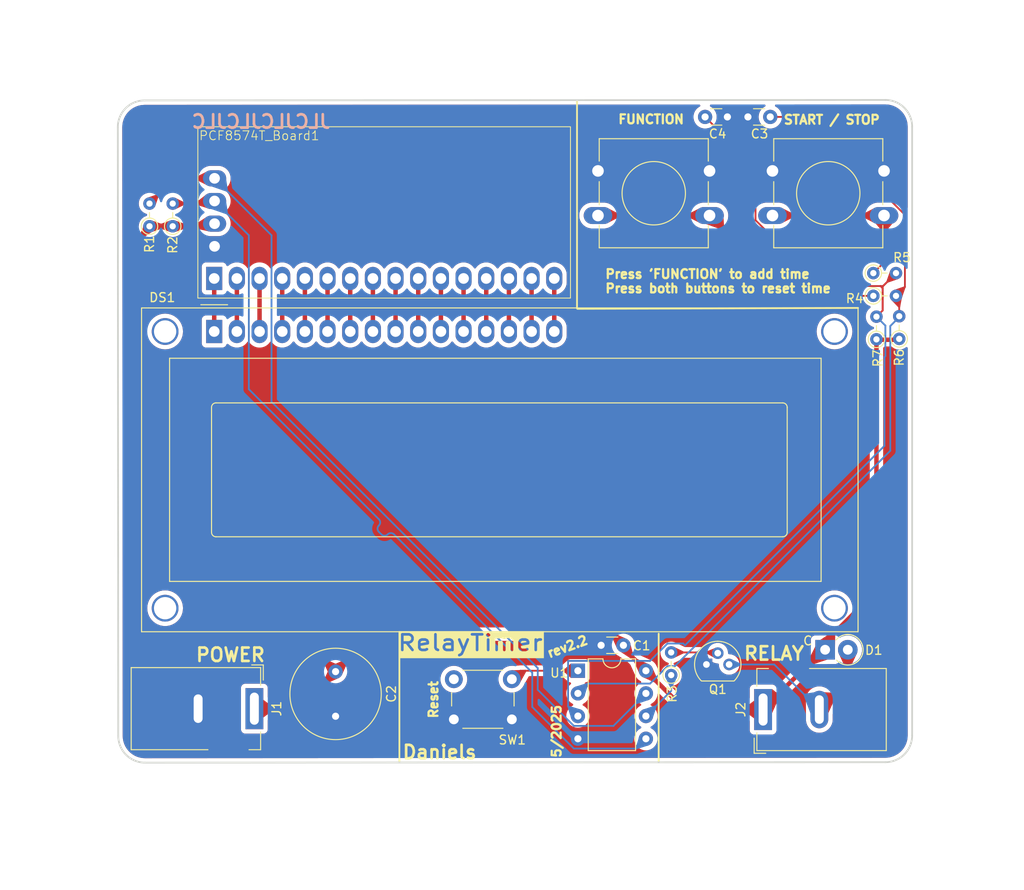
<source format=kicad_pcb>
(kicad_pcb (version 20240108) (generator "pcbnew") (generator_version "8.0")
  (layers (0 "F.Cu" signal) (31 "B.Cu" signal) (34 "B.Paste" user) (35 "F.Paste" user) (36 "B.SilkS" user "B.Silkscreen") (37 "F.SilkS" user "F.Silkscreen") (38 "B.Mask" user) (39 "F.Mask" user) (44 "Edge.Cuts" user))
  (net 0 "")
  (net 1 "Net-(DS1-VSS)")
  (net 2 "Net-(U1-~{RESET}{slash}PB5)")
  (net 3 "Net-(DS1-E)")
  (net 4 "Net-(DS1-VO)")
  (net 5 "SCL")
  (net 6 "+5V")
  (net 7 "SDA")
  (net 8 "GND")
  (net 9 "Net-(DS1-D4)")
  (net 10 "Net-(DS1-VDD)")
  (net 11 "Net-(DS1-D2)")
  (net 12 "Net-(DS1-RS)")
  (net 13 "Net-(DS1-D0)")
  (net 14 "Net-(DS1-R{slash}W)")
  (net 15 "Net-(DS1-D6)")
  (net 16 "Net-(DS1-D3)")
  (net 17 "Net-(DS1-LED(-))")
  (net 18 "Net-(DS1-D1)")
  (net 19 "Net-(DS1-LED(+))")
  (net 20 "Net-(DS1-D5)")
  (net 21 "Net-(DS1-D7)")
  (net 22 "Net-(D1-A)")
  (net 23 "Net-(Q1-B)")
  (net 24 "relay_signal")
  (net 25 "Net-(FUNCTION1-Pad2)")
  (net 26 "Net-(R5-Pad1)")
  (net 27 "PB3_PULLUP")
  (net 28 "PB4_PULLUP")
  (footprint "Button_Switch_THT:SW_PUSH-12mm" (layer "F.Cu") (at 161.55 82.25)
    (property "Reference" "FUNCTION1" (hide yes))
    (property "Value" "SW_Push")
    (fp_line (start 0.14 -3.61) (end 0.14 -1.1) (stroke (width 0.12)) (layer "F.SilkS"))
    (fp_line (start 0.14 -3.61) (end 12.36 -3.61) (stroke (width 0.12)) (layer "F.SilkS"))
    (fp_line (start 0.14 1.2) (end 0.14 3.8) (stroke (width 0.12)) (layer "F.SilkS"))
    (fp_line (start 0.14 6.1) (end 0.14 8.61) (stroke (width 0.12)) (layer "F.SilkS"))
    (fp_line (start 12.36 -3.61) (end 12.36 -1.1) (stroke (width 0.12)) (layer "F.SilkS"))
    (fp_line (start 12.36 1.2) (end 12.36 3.8) (stroke (width 0.12)) (layer "F.SilkS"))
    (fp_line (start 12.36 6.1) (end 12.36 8.61) (stroke (width 0.12)) (layer "F.SilkS"))
    (fp_line (start 12.36 8.61) (end 0.14 8.61) (stroke (width 0.12)) (layer "F.SilkS"))
    (fp_circle (center 6.25 2.5) (end 9.8 2.5) (stroke (width 0.12)) (fill none) (layer "F.SilkS"))
    (pad "1" thru_hole oval (at 0 0) (size 3.2 1.9) (drill 1.3) (layers "*.Cu" "*.Mask") (net 8 "GND"))
    (pad "1" thru_hole oval (at 12.5 0) (size 3.2 1.9) (drill 1.3) (layers "*.Cu" "*.Mask") (net 8 "GND"))
    (pad "2" thru_hole oval (at 0 5) (size 3.2 1.9) (drill 1.3) (layers "*.Cu" "*.Mask") (net 25 "Net-(FUNCTION1-Pad2)"))
    (pad "2" thru_hole oval (at 12.5 5) (size 3.2 1.9) (drill 1.3) (layers "*.Cu" "*.Mask") (net 25 "Net-(FUNCTION1-Pad2)"))
  )
  (footprint "Resistor_THT:R_Axial_DIN0204_L3.6mm_D1.6mm_P2.54mm_Vertical" (layer "F.Cu") (at 192.4 93.7)
    (property "Reference" "R5" (at 3.2 -1.75 0) (layer "F.SilkS"))
    (property "Value" "1k")
    (fp_line (start 0.92 0) (end 1.54 0) (stroke (width 0.12)) (layer "F.SilkS"))
    (fp_circle (center 0 0) (end 0.92 0) (stroke (width 0.12)) (fill none) (layer "F.SilkS"))
    (pad "1" thru_hole circle (at 0 0) (size 1.4 1.4) (drill 0.7) (layers "*.Cu" "*.Mask") (net 26 "Net-(R5-Pad1)"))
    (pad "2" thru_hole oval (at 2.54 0) (size 1.4 1.4) (drill 0.7) (layers "*.Cu" "*.Mask") (net 28 "PB4_PULLUP"))
  )
  (footprint "Connector_BarrelJack:BarrelJack_GCT_DCJ200-10-A_Horizontal" (layer "F.Cu") (at 180.05 142.6 90)
    (property "Reference" "J2" (at 0 -2.5 90) (layer "F.SilkS"))
    (property "Value" "Relay_Con")
    (fp_line (start -3.2 -1) (end -4.9 -1) (stroke (width 0.12)) (layer "F.SilkS"))
    (fp_line (start -4.9 -1) (end -4.9 0.3) (stroke (width 0.12)) (layer "F.SilkS"))
    (fp_line (start 4.6 -0.7) (end 4.6 0.6) (stroke (width 0.12)) (layer "F.SilkS"))
    (fp_line (start 2.6 -0.7) (end 4.6 -0.7) (stroke (width 0.12)) (layer "F.SilkS"))
    (fp_line (start -4.6 -0.7) (end -2.6 -0.7) (stroke (width 0.12)) (layer "F.SilkS"))
    (fp_line (start 4.6 5.2) (end 4.6 13.8) (stroke (width 0.12)) (layer "F.SilkS"))
    (fp_line (start 4.6 13.8) (end -4.6 13.8) (stroke (width 0.12)) (layer "F.SilkS"))
    (fp_line (start -4.6 13.8) (end -4.6 -0.7) (stroke (width 0.12)) (layer "F.SilkS"))
    (pad "1" thru_hole rect (at 0 0 90) (size 4.6 2) (drill oval 3.6 1) (layers "*.Cu" "*.Mask") (net 6 "+5V"))
    (pad "2" thru_hole oval (at 0 6.3 90) (size 4.2 2) (drill oval 3.2 1) (layers "*.Cu" "*.Mask") (net 22 "Net-(D1-A)"))
  )
  (footprint "custom_stuff:PCF8574T" (layer "F.Cu") (at 137.59 86.9)
    (property "Reference" "PCF8574T_Board1" (at -13.99 -8.6 0) (layer "F.SilkS") (effects (font (thickness 0.1))))
    (property "Value" "~")
    (fp_rect (start -20.875 -9.6) (end 20.875 9.6) (stroke (width 0.1)) (fill none) (layer "F.SilkS"))
    (pad "1" thru_hole rect (at -19.04 7.4) (size 1.8 2.6) (drill 1.2) (layers "*.Cu" "*.Mask") (net 1 "Net-(DS1-VSS)"))
    (pad "2" thru_hole oval (at -16.5 7.4) (size 1.8 2.6) (drill 1.2) (layers "*.Cu" "*.Mask") (net 10 "Net-(DS1-VDD)"))
    (pad "3" thru_hole oval (at -13.96 7.4) (size 1.8 2.6) (drill 1.2) (layers "*.Cu" "*.Mask") (net 4 "Net-(DS1-VO)"))
    (pad "4" thru_hole oval (at -11.42 7.4) (size 1.8 2.6) (drill 1.2) (layers "*.Cu" "*.Mask") (net 12 "Net-(DS1-RS)"))
    (pad "5" thru_hole oval (at -8.88 7.4) (size 1.8 2.6) (drill 1.2) (layers "*.Cu" "*.Mask") (net 14 "Net-(DS1-R{slash}W)"))
    (pad "6" thru_hole oval (at -6.34 7.4) (size 1.8 2.6) (drill 1.2) (layers "*.Cu" "*.Mask") (net 3 "Net-(DS1-E)"))
    (pad "7" thru_hole oval (at -3.8 7.4) (size 1.8 2.6) (drill 1.2) (layers "*.Cu" "*.Mask") (net 13 "Net-(DS1-D0)"))
    (pad "8" thru_hole oval (at -1.26 7.4) (size 1.8 2.6) (drill 1.2) (layers "*.Cu" "*.Mask") (net 18 "Net-(DS1-D1)"))
    (pad "9" thru_hole oval (at 1.28 7.4) (size 1.8 2.6) (drill 1.2) (layers "*.Cu" "*.Mask") (net 11 "Net-(DS1-D2)"))
    (pad "10" thru_hole oval (at 3.82 7.4) (size 1.8 2.6) (drill 1.2) (layers "*.Cu" "*.Mask") (net 16 "Net-(DS1-D3)"))
    (pad "11" thru_hole oval (at 6.36 7.4) (size 1.8 2.6) (drill 1.2) (layers "*.Cu" "*.Mask") (net 9 "Net-(DS1-D4)"))
    (pad "12" thru_hole oval (at 8.9 7.4) (size 1.8 2.6) (drill 1.2) (layers "*.Cu" "*.Mask") (net 20 "Net-(DS1-D5)"))
    (pad "13" thru_hole oval (at 11.44 7.4) (size 1.8 2.6) (drill 1.2) (layers "*.Cu" "*.Mask") (net 15 "Net-(DS1-D6)"))
    (pad "14" thru_hole oval (at 13.98 7.4) (size 1.8 2.6) (drill 1.2) (layers "*.Cu" "*.Mask") (net 21 "Net-(DS1-D7)"))
    (pad "15" thru_hole oval (at 16.52 7.4) (size 1.8 2.6) (drill 1.2) (layers "*.Cu" "*.Mask") (net 19 "Net-(DS1-LED(+))"))
    (pad "16" thru_hole oval (at 19.06 7.4) (size 1.8 2.6) (drill 1.2) (layers "*.Cu" "*.Mask") (net 17 "Net-(DS1-LED(-))"))
    (pad "17" thru_hole oval (at -19 3.800205 90) (size 1.8 2.6) (drill 1.2) (layers "*.Cu" "*.Mask") (net 8 "GND"))
    (pad "18" thru_hole oval (at -19 1.260205 90) (size 1.8 2.6) (drill 1.2) (layers "*.Cu" "*.Mask") (net 6 "+5V"))
    (pad "19" thru_hole oval (at -19 -1.279795 90) (size 1.8 2.6) (drill 1.2) (layers "*.Cu" "*.Mask") (net 7 "SDA"))
    (pad "20" thru_hole oval (at -19 -3.819795 90) (size 1.8 2.6) (drill 1.2) (layers "*.Cu" "*.Mask") (net 5 "SCL"))
  )
  (footprint "Display:WC1602A" (layer "F.Cu") (at 118.55 100.2425)
    (property "Reference" "DS1" (at -5.82 -3.81 0) (layer "F.SilkS"))
    (property "Value" "WC1602A")
    (fp_line (start -8.14 -2.64) (end -8.14 33.64) (stroke (width 0.12)) (layer "F.SilkS"))
    (fp_line (start -8.14 33.64) (end 72.14 33.64) (stroke (width 0.12)) (layer "F.SilkS"))
    (fp_line (start -8.13 -2.64) (end -7.34 -2.64) (stroke (width 0.12)) (layer "F.SilkS"))
    (fp_line (start -5 3) (end 68 3) (stroke (width 0.12)) (layer "F.SilkS"))
    (fp_line (start -5 28) (end -5 3) (stroke (width 0.12)) (layer "F.SilkS"))
    (fp_line (start -1.5 -3) (end 1.5 -3) (stroke (width 0.12)) (layer "F.SilkS"))
    (fp_line (start -0.29972 22.49932) (end -0.29972 8.5) (stroke (width 0.12)) (layer "F.SilkS"))
    (fp_line (start 0.2 8) (end 63.7 8) (stroke (width 0.12)) (layer "F.SilkS"))
    (fp_line (start 63.70066 23) (end 0.2 23) (stroke (width 0.12)) (layer "F.SilkS"))
    (fp_line (start 64.2 8.5) (end 64.2 22.5) (stroke (width 0.12)) (layer "F.SilkS"))
    (fp_line (start 68 3) (end 68 28) (stroke (width 0.12)) (layer "F.SilkS"))
    (fp_line (start 68 28) (end -5 28) (stroke (width 0.12)) (layer "F.SilkS"))
    (fp_line (start 72.14 -2.64) (end -7.34 -2.64) (stroke (width 0.12)) (layer "F.SilkS"))
    (fp_line (start 72.14 33.64) (end 72.14 -2.64) (stroke (width 0.12)) (layer "F.SilkS"))
    (fp_arc (start -0.29972 8.49884) (mid -0.153162 8.145018) (end 0.20066 7.99846) (stroke (width 0.12)) (layer "F.SilkS"))
    (fp_arc (start 0.20066 22.9997) (mid -0.153162 22.853142) (end -0.29972 22.49932) (stroke (width 0.12)) (layer "F.SilkS"))
    (fp_arc (start 63.7 8) (mid 64.053553 8.146447) (end 64.2 8.5) (stroke (width 0.12)) (layer "F.SilkS"))
    (fp_arc (start 64.20104 22.49932) (mid 64.054479 22.85315) (end 63.70066 22.9997) (stroke (width 0.12)) (layer "F.SilkS"))
    (pad "" thru_hole circle (at -5.4991 0) (size 3 3) (drill 2.5) (layers "*.Cu" "*.Mask"))
    (pad "" thru_hole circle (at -5.4991 31.0007) (size 3 3) (drill 2.5) (layers "*.Cu" "*.Mask"))
    (pad "" thru_hole circle (at 69.49948 31.0007) (size 3 3) (drill 2.5) (layers "*.Cu" "*.Mask"))
    (pad "" thru_hole circle (at 69.5 0) (size 3 3) (drill 2.5) (layers "*.Cu" "*.Mask"))
    (pad "1" thru_hole rect (at 0 0) (size 1.8 2.6) (drill 1.2) (layers "*.Cu" "*.Mask") (net 1 "Net-(DS1-VSS)"))
    (pad "2" thru_hole oval (at 2.54 0) (size 1.8 2.6) (drill 1.2) (layers "*.Cu" "*.Mask") (net 10 "Net-(DS1-VDD)"))
    (pad "3" thru_hole oval (at 5.08 0) (size 1.8 2.6) (drill 1.2) (layers "*.Cu" "*.Mask") (net 4 "Net-(DS1-VO)"))
    (pad "4" thru_hole oval (at 7.62 0) (size 1.8 2.6) (drill 1.2) (layers "*.Cu" "*.Mask") (net 12 "Net-(DS1-RS)"))
    (pad "5" thru_hole oval (at 10.16 0) (size 1.8 2.6) (drill 1.2) (layers "*.Cu" "*.Mask") (net 14 "Net-(DS1-R{slash}W)"))
    (pad "6" thru_hole oval (at 12.7 0) (size 1.8 2.6) (drill 1.2) (layers "*.Cu" "*.Mask") (net 3 "Net-(DS1-E)"))
    (pad "7" thru_hole oval (at 15.24 0) (size 1.8 2.6) (drill 1.2) (layers "*.Cu" "*.Mask") (net 13 "Net-(DS1-D0)"))
    (pad "8" thru_hole oval (at 17.78 0) (size 1.8 2.6) (drill 1.2) (layers "*.Cu" "*.Mask") (net 18 "Net-(DS1-D1)"))
    (pad "9" thru_hole oval (at 20.32 0) (size 1.8 2.6) (drill 1.2) (layers "*.Cu" "*.Mask") (net 11 "Net-(DS1-D2)"))
    (pad "10" thru_hole oval (at 22.86 0) (size 1.8 2.6) (drill 1.2) (layers "*.Cu" "*.Mask") (net 16 "Net-(DS1-D3)"))
    (pad "11" thru_hole oval (at 25.4 0) (size 1.8 2.6) (drill 1.2) (layers "*.Cu" "*.Mask") (net 9 "Net-(DS1-D4)"))
    (pad "12" thru_hole oval (at 27.94 0) (size 1.8 2.6) (drill 1.2) (layers "*.Cu" "*.Mask") (net 20 "Net-(DS1-D5)"))
    (pad "13" thru_hole oval (at 30.48 0) (size 1.8 2.6) (drill 1.2) (layers "*.Cu" "*.Mask") (net 15 "Net-(DS1-D6)"))
    (pad "14" thru_hole oval (at 33.02 0) (size 1.8 2.6) (drill 1.2) (layers "*.Cu" "*.Mask") (net 21 "Net-(DS1-D7)"))
    (pad "15" thru_hole oval (at 35.56 0) (size 1.8 2.6) (drill 1.2) (layers "*.Cu" "*.Mask") (net 19 "Net-(DS1-LED(+))"))
    (pad "16" thru_hole oval (at 38.1 0) (size 1.8 2.6) (drill 1.2) (layers "*.Cu" "*.Mask") (net 17 "Net-(DS1-LED(-))"))
  )
  (footprint "Connector_BarrelJack:BarrelJack_GCT_DCJ200-10-A_Horizontal" (layer "F.Cu") (at 123.05 142.5 -90)
    (property "Reference" "J1" (at 0 -2.5 90) (layer "F.SilkS"))
    (property "Value" "Jack-DC")
    (fp_line (start -4.6 13.8) (end -4.6 -0.7) (stroke (width 0.12)) (layer "F.SilkS"))
    (fp_line (start 4.6 13.8) (end -4.6 13.8) (stroke (width 0.12)) (layer "F.SilkS"))
    (fp_line (start 4.6 5.2) (end 4.6 13.8) (stroke (width 0.12)) (layer "F.SilkS"))
    (fp_line (start -4.6 -0.7) (end -2.6 -0.7) (stroke (width 0.12)) (layer "F.SilkS"))
    (fp_line (start 2.6 -0.7) (end 4.6 -0.7) (stroke (width 0.12)) (layer "F.SilkS"))
    (fp_line (start 4.6 -0.7) (end 4.6 0.6) (stroke (width 0.12)) (layer "F.SilkS"))
    (fp_line (start -4.9 -1) (end -4.9 0.3) (stroke (width 0.12)) (layer "F.SilkS"))
    (fp_line (start -3.2 -1) (end -4.9 -1) (stroke (width 0.12)) (layer "F.SilkS"))
    (pad "1" thru_hole rect (at 0 0 270) (size 4.6 2) (drill oval 3.6 1) (layers "*.Cu" "*.Mask") (net 6 "+5V"))
    (pad "2" thru_hole oval (at 0 6.3 270) (size 4.2 2) (drill oval 3.2 1) (layers "*.Cu" "*.Mask") (net 8 "GND"))
  )
  (footprint "Capacitor_THT:C_Disc_D3.0mm_W1.6mm_P2.50mm" (layer "F.Cu") (at 180.85 76.2 180)
    (property "Reference" "C3" (at 1.2 -1.9 0) (layer "F.SilkS"))
    (property "Value" "0.1uF")
    (fp_line (start 0.621 0.92) (end 1.879 0.92) (stroke (width 0.12)) (layer "F.SilkS"))
    (fp_line (start 0.621 -0.92) (end 1.879 -0.92) (stroke (width 0.12)) (layer "F.SilkS"))
    (pad "1" thru_hole circle (at 0 0 180) (size 1.6 1.6) (drill 0.8) (layers "*.Cu" "*.Mask") (net 27 "PB3_PULLUP"))
    (pad "2" thru_hole circle (at 2.5 0 180) (size 1.6 1.6) (drill 0.8) (layers "*.Cu" "*.Mask") (net 8 "GND"))
  )
  (footprint "Capacitor_THT:C_Disc_D3.0mm_W1.6mm_P2.50mm" (layer "F.Cu") (at 161.9 135.4)
    (property "Reference" "C1" (at 4.55 0.05 0) (layer "F.SilkS"))
    (property "Value" "0.1uF")
    (fp_line (start 0.621 -0.92) (end 1.879 -0.92) (stroke (width 0.12)) (layer "F.SilkS"))
    (fp_line (start 0.621 0.92) (end 1.879 0.92) (stroke (width 0.12)) (layer "F.SilkS"))
    (pad "1" thru_hole circle (at 0 0) (size 1.6 1.6) (drill 0.8) (layers "*.Cu" "*.Mask") (net 8 "GND"))
    (pad "2" thru_hole circle (at 2.5 0) (size 1.6 1.6) (drill 0.8) (layers "*.Cu" "*.Mask") (net 6 "+5V"))
  )
  (footprint "Package_TO_SOT_THT:TO-92" (layer "F.Cu") (at 173.7 137.55)
    (property "Reference" "Q1" (at 1.27 2.79 0) (layer "F.SilkS"))
    (property "Value" "2N3904")
    (fp_line (start -0.53 1.85) (end 3.07 1.85) (stroke (width 0.12)) (layer "F.SilkS"))
    (fp_arc (start -0.568478 1.838478) (mid -1.132087 -0.994977) (end 1.27 -2.6) (stroke (width 0.12)) (layer "F.SilkS"))
    (fp_arc (start 1.27 -2.6) (mid 3.672087 -0.994977) (end 3.108478 1.838478) (stroke (width 0.12)) (layer "F.SilkS"))
    (pad "1" thru_hole rect (at 0 0) (size 1.3 1.3) (drill 0.75) (layers "*.Cu" "*.Mask") (net 8 "GND"))
    (pad "2" thru_hole circle (at 1.27 -1.27) (size 1.3 1.3) (drill 0.75) (layers "*.Cu" "*.Mask") (net 23 "Net-(Q1-B)"))
    (pad "3" thru_hole circle (at 2.54 0) (size 1.3 1.3) (drill 0.75) (layers "*.Cu" "*.Mask") (net 22 "Net-(D1-A)"))
  )
  (footprint "Resistor_THT:R_Axial_DIN0204_L3.6mm_D1.6mm_P2.54mm_Vertical" (layer "F.Cu") (at 113.9 88.45 90)
    (property "Reference" "R2" (at -2.1 0 90) (layer "F.SilkS"))
    (property "Value" "4k7")
    (fp_line (start 0.92 0) (end 1.54 0) (stroke (width 0.12)) (layer "F.SilkS"))
    (fp_circle (center 0 0) (end 0.92 0) (stroke (width 0.12)) (fill none) (layer "F.SilkS"))
    (pad "1" thru_hole circle (at 0 0 90) (size 1.4 1.4) (drill 0.7) (layers "*.Cu" "*.Mask") (net 6 "+5V"))
    (pad "2" thru_hole oval (at 2.54 0 90) (size 1.4 1.4) (drill 0.7) (layers "*.Cu" "*.Mask") (net 7 "SDA"))
  )
  (footprint "Package_DIP:DIP-8_W7.62mm" (layer "F.Cu") (at 159.3 138.25)
    (property "Reference" "U1" (at -2.1 0.25 0) (layer "F.SilkS"))
    (property "Value" "ATtiny85-20P")
    (fp_line (start 1.16 -1.33) (end 1.16 8.95) (stroke (width 0.12)) (layer "F.SilkS"))
    (fp_line (start 1.16 8.95) (end 6.46 8.95) (stroke (width 0.12)) (layer "F.SilkS"))
    (fp_line (start 2.81 -1.33) (end 1.16 -1.33) (stroke (width 0.12)) (layer "F.SilkS"))
    (fp_line (start 6.46 -1.33) (end 4.81 -1.33) (stroke (width 0.12)) (layer "F.SilkS"))
    (fp_line (start 6.46 8.95) (end 6.46 -1.33) (stroke (width 0.12)) (layer "F.SilkS"))
    (fp_arc (start 4.81 -1.33) (mid 3.81 -0.33) (end 2.81 -1.33) (stroke (width 0.12)) (layer "F.SilkS"))
    (pad "1" thru_hole rect (at 0 0) (size 1.6 1.6) (drill 0.8) (layers "*.Cu" "*.Mask") (net 2 "Net-(U1-~{RESET}{slash}PB5)"))
    (pad "2" thru_hole oval (at 0 2.54) (size 1.6 1.6) (drill 0.8) (layers "*.Cu" "*.Mask") (net 27 "PB3_PULLUP"))
    (pad "3" thru_hole oval (at 0 5.08) (size 1.6 1.6) (drill 0.8) (layers "*.Cu" "*.Mask") (net 28 "PB4_PULLUP"))
    (pad "4" thru_hole oval (at 0 7.62) (size 1.6 1.6) (drill 0.8) (layers "*.Cu" "*.Mask") (net 8 "GND"))
    (pad "5" thru_hole oval (at 7.62 7.62) (size 1.6 1.6) (drill 0.8) (layers "*.Cu" "*.Mask") (net 7 "SDA"))
    (pad "6" thru_hole oval (at 7.62 5.08) (size 1.6 1.6) (drill 0.8) (layers "*.Cu" "*.Mask") (net 24 "relay_signal"))
    (pad "7" thru_hole oval (at 7.62 2.54) (size 1.6 1.6) (drill 0.8) (layers "*.Cu" "*.Mask") (net 5 "SCL"))
    (pad "8" thru_hole oval (at 7.62 0) (size 1.6 1.6) (drill 0.8) (layers "*.Cu" "*.Mask") (net 6 "+5V"))
  )
  (footprint "Resistor_THT:R_Axial_DIN0204_L3.6mm_D1.6mm_P2.54mm_Vertical" (layer "F.Cu") (at 192.75 101.12 90)
    (property "Reference" "R7" (at -2.13 0.15 90) (layer "F.SilkS"))
    (property "Value" "1k")
    (fp_line (start 0.92 0) (end 1.54 0) (stroke (width 0.12)) (layer "F.SilkS"))
    (fp_circle (center 0 0) (end 0.92 0) (stroke (width 0.12)) (fill none) (layer "F.SilkS"))
    (pad "1" thru_hole circle (at 0 0 90) (size 1.4 1.4) (drill 0.7) (layers "*.Cu" "*.Mask") (net 6 "+5V"))
    (pad "2" thru_hole oval (at 2.54 0 90) (size 1.4 1.4) (drill 0.7) (layers "*.Cu" "*.Mask") (net 28 "PB4_PULLUP"))
  )
  (footprint "Resistor_THT:R_Axial_DIN0204_L3.6mm_D1.6mm_P2.54mm_Vertical" (layer "F.Cu") (at 169.75 138.74 90)
    (property "Reference" "R3" (at -2.11 0.1 90) (layer "F.SilkS"))
    (property "Value" "1k")
    (fp_line (start 0.92 0) (end 1.54 0) (stroke (width 0.12)) (layer "F.SilkS"))
    (fp_circle (center 0 0) (end 0.92 0) (stroke (width 0.12)) (fill none) (layer "F.SilkS"))
    (pad "1" thru_hole circle (at 0 0 90) (size 1.4 1.4) (drill 0.7) (layers "*.Cu" "*.Mask") (net 24 "relay_signal"))
    (pad "2" thru_hole oval (at 2.54 0 90) (size 1.4 1.4) (drill 0.7) (layers "*.Cu" "*.Mask") (net 23 "Net-(Q1-B)"))
  )
  (footprint "Button_Switch_THT:SW_PUSH-12mm" (layer "F.Cu") (at 181.1 82.25)
    (property "Reference" "START/STOP1" (hide yes))
    (property "Value" "SW_Push")
    (fp_line (start 0.14 -3.61) (end 0.14 -1.1) (stroke (width 0.12)) (layer "F.SilkS"))
    (fp_line (start 0.14 -3.61) (end 12.36 -3.61) (stroke (width 0.12)) (layer "F.SilkS"))
    (fp_line (start 0.14 1.2) (end 0.14 3.8) (stroke (width 0.12)) (layer "F.SilkS"))
    (fp_line (start 0.14 6.1) (end 0.14 8.61) (stroke (width 0.12)) (layer "F.SilkS"))
    (fp_line (start 12.36 -3.61) (end 12.36 -1.1) (stroke (width 0.12)) (layer "F.SilkS"))
    (fp_line (start 12.36 1.2) (end 12.36 3.8) (stroke (width 0.12)) (layer "F.SilkS"))
    (fp_line (start 12.36 6.1) (end 12.36 8.61) (stroke (width 0.12)) (layer "F.SilkS"))
    (fp_line (start 12.36 8.61) (end 0.14 8.61) (stroke (width 0.12)) (layer "F.SilkS"))
    (fp_circle (center 6.25 2.5) (end 9.8 2.5) (stroke (width 0.12)) (fill none) (layer "F.SilkS"))
    (pad "1" thru_hole oval (at 0 0) (size 3.2 1.9) (drill 1.3) (layers "*.Cu" "*.Mask") (net 8 "GND"))
    (pad "1" thru_hole oval (at 12.5 0) (size 3.2 1.9) (drill 1.3) (layers "*.Cu" "*.Mask") (net 8 "GND"))
    (pad "2" thru_hole oval (at 0 5) (size 3.2 1.9) (drill 1.3) (layers "*.Cu" "*.Mask") (net 26 "Net-(R5-Pad1)"))
    (pad "2" thru_hole oval (at 12.5 5) (size 3.2 1.9) (drill 1.3) (layers "*.Cu" "*.Mask") (net 26 "Net-(R5-Pad1)"))
  )
  (footprint "Button_Switch_THT:SW_PUSH_6mm" (layer "F.Cu") (at 145.4 139.2)
    (property "Reference" "SW1" (at 6.55 6.8 0) (layer "F.SilkS"))
    (property "Value" "SW_Push")
    (fp_line (start -0.25 1.5) (end -0.25 3) (stroke (width 0.12)) (layer "F.SilkS"))
    (fp_line (start 1 5.5) (end 5.5 5.5) (stroke (width 0.12)) (layer "F.SilkS"))
    (fp_line (start 5.5 -1) (end 1 -1) (stroke (width 0.12)) (layer "F.SilkS"))
    (fp_line (start 6.75 3) (end 6.75 1.5) (stroke (width 0.12)) (layer "F.SilkS"))
    (pad "1" thru_hole circle (at 0 0 90) (size 2 2) (drill 1.1) (layers "*.Cu" "*.Mask") (net 2 "Net-(U1-~{RESET}{slash}PB5)"))
    (pad "1" thru_hole circle (at 6.5 0 90) (size 2 2) (drill 1.1) (layers "*.Cu" "*.Mask") (net 2 "Net-(U1-~{RESET}{slash}PB5)"))
    (pad "2" thru_hole circle (at 0 4.5 90) (size 2 2) (drill 1.1) (layers "*.Cu" "*.Mask") (net 8 "GND"))
    (pad "2" thru_hole circle (at 6.5 4.5 90) (size 2 2) (drill 1.1) (layers "*.Cu" "*.Mask") (net 8 "GND"))
  )
  (footprint "Resistor_THT:R_Axial_DIN0204_L3.6mm_D1.6mm_P2.54mm_Vertical" (layer "F.Cu") (at 111.3 88.45 90)
    (property "Reference" "R1" (at -2 0 90) (layer "F.SilkS"))
    (property "Value" "4k7")
    (fp_line (start 0.92 0) (end 1.54 0) (stroke (width 0.12)) (layer "F.SilkS"))
    (fp_circle (center 0 0) (end 0.92 0) (stroke (width 0.12)) (fill none) (layer "F.SilkS"))
    (pad "1" thru_hole circle (at 0 0 90) (size 1.4 1.4) (drill 0.7) (layers "*.Cu" "*.Mask") (net 6 "+5V"))
    (pad "2" thru_hole oval (at 2.54 0 90) (size 1.4 1.4) (drill 0.7) (layers "*.Cu" "*.Mask") (net 5 "SCL"))
  )
  (footprint "Diode_THT:D_DO-41_SOD81_P2.54mm_Vertical_KathodeUp" (layer "F.Cu") (at 187 135.9)
    (property "Reference" "D1" (at 5.45 0.05 0) (layer "F.SilkS"))
    (property "Value" "D")
    (fp_arc (start 1.228847 -1.1) (mid 4.250877 -0.044974) (end 1.288449 1.167366) (stroke (width 0.12)) (layer "F.SilkS"))
    (fp_text user "C" (at -1.95 -1 0) (layer "F.SilkS"))
    (pad "1" thru_hole rect (at 0 0) (size 2.2 2.2) (drill 1.1) (layers "*.Cu" "*.Mask") (net 6 "+5V"))
    (pad "2" thru_hole oval (at 2.54 0) (size 2.2 2.2) (drill 1.1) (layers "*.Cu" "*.Mask") (net 22 "Net-(D1-A)"))
  )
  (footprint "Capacitor_THT:C_Radial_D10.0mm_H12.5mm_P5.00mm" (layer "F.Cu") (at 132.15 138.35 -90)
    (property "Reference" "C2" (at 2.5 -6.25 90) (layer "F.SilkS"))
    (property "Value" "300uF")
    (fp_circle (center 2.5 0) (end 7.62 0) (stroke (width 0.12)) (fill none) (layer "F.SilkS"))
    (pad "1" thru_hole circle (at 0 0 270) (size 1.6 1.6) (drill 0.8) (layers "*.Cu" "*.Mask") (net 6 "+5V"))
    (pad "2" thru_hole circle (at 5 0 270) (size 1.6 1.6) (drill 0.8) (layers "*.Cu" "*.Mask") (net 8 "GND"))
  )
  (footprint "Capacitor_THT:C_Disc_D3.0mm_W1.6mm_P2.50mm" (layer "F.Cu") (at 176.05 76.2 180)
    (property "Reference" "C4" (at 1.1 -1.9 0) (layer "F.SilkS"))
    (property "Value" "0.1uF")
    (fp_line (start 0.621 0.92) (end 1.879 0.92) (stroke (width 0.12)) (layer "F.SilkS"))
    (fp_line (start 0.621 -0.92) (end 1.879 -0.92) (stroke (width 0.12)) (layer "F.SilkS"))
    (pad "1" thru_hole circle (at 0 0 180) (size 1.6 1.6) (drill 0.8) (layers "*.Cu" "*.Mask") (net 8 "GND"))
    (pad "2" thru_hole circle (at 2.5 0 180) (size 1.6 1.6) (drill 0.8) (layers "*.Cu" "*.Mask") (net 28 "PB4_PULLUP"))
  )
  (footprint "Resistor_THT:R_Axial_DIN0204_L3.6mm_D1.6mm_P2.54mm_Vertical" (layer "F.Cu") (at 192.4 96.25)
    (property "Reference" "R4" (at -2.1 0.3 0) (layer "F.SilkS"))
    (property "Value" "1k")
    (fp_line (start 0.92 0) (end 1.54 0) (stroke (width 0.12)) (layer "F.SilkS"))
    (fp_circle (center 0 0) (end 0.92 0) (stroke (width 0.12)) (fill none) (layer "F.SilkS"))
    (pad "1" thru_hole circle (at 0 0) (size 1.4 1.4) (drill 0.7) (layers "*.Cu" "*.Mask") (net 25 "Net-(FUNCTION1-Pad2)"))
    (pad "2" thru_hole oval (at 2.54 0) (size 1.4 1.4) (drill 0.7) (layers "*.Cu" "*.Mask") (net 27 "PB3_PULLUP"))
  )
  (footprint "Resistor_THT:R_Axial_DIN0204_L3.6mm_D1.6mm_P2.54mm_Vertical" (layer "F.Cu") (at 195.3 101.07 90)
    (property "Reference" "R6" (at -2.08 0 90) (layer "F.SilkS"))
    (property "Value" "1k")
    (fp_line (start 0.92 0) (end 1.54 0) (stroke (width 0.12)) (layer "F.SilkS"))
    (fp_circle (center 0 0) (end 0.92 0) (stroke (width 0.12)) (fill none) (layer "F.SilkS"))
    (pad "1" thru_hole circle (at 0 0 90) (size 1.4 1.4) (drill 0.7) (layers "*.Cu" "*.Mask") (net 6 "+5V"))
    (pad "2" thru_hole oval (at 2.54 0 90) (size 1.4 1.4) (drill 0.7) (layers "*.Cu" "*.Mask") (net 27 "PB3_PULLUP"))
  )
  (gr_line (start 159.25 97.7) (end 190.69 97.6025) (stroke (width 0.2)) (layer "F.SilkS"))
  (gr_line (start 139.3 148.5) (end 139.3 133.9) (stroke (width 0.2)) (layer "F.SilkS"))
  (gr_line (start 168.35 148.45) (end 168.35 134.1) (stroke (width 0.2)) (layer "F.SilkS"))
  (gr_line (start 159.2 97.65) (end 159.2 74.35) (stroke (width 0.2)) (layer "F.SilkS"))
  (gr_line (start 193.750001 74.299999) (end 110.749999 74.349999) (stroke (width 0.2)) (layer "Edge.Cuts"))
  (gr_line (start 110.799999 148.550001) (end 193.75 148.5) (stroke (width 0.2)) (layer "Edge.Cuts"))
  (gr_arc (start 193.750001 74.299999) (mid 195.871321 75.178679) (end 196.750001 77.299999) (stroke (width 0.2)) (layer "Edge.Cuts"))
  (gr_arc (start 107.749999 77.349999) (mid 108.628679 75.228679) (end 110.749999 74.349999) (stroke (width 0.2)) (layer "Edge.Cuts"))
  (gr_arc (start 196.75 145.5) (mid 195.87132 147.62132) (end 193.75 148.5) (stroke (width 0.2)) (layer "Edge.Cuts"))
  (gr_line (start 107.749999 77.349999) (end 107.799999 145.550001) (stroke (width 0.2)) (layer "Edge.Cuts"))
  (gr_arc (start 110.799999 148.550001) (mid 108.678679 147.671321) (end 107.799999 145.550001) (stroke (width 0.2)) (layer "Edge.Cuts"))
  (gr_line (start 196.75 145.5) (end 196.75 77.3) (stroke (width 0.2)) (layer "Edge.Cuts"))
  (gr_text "JLCJLCJLCJLC" (at 131.7 77.6 -0) (layer "B.SilkS") (effects (font (size 1.5 1.5) (thickness 0.3) (bold yes)) (justify left bottom mirror)))
  (gr_text "rev2.2" (at 156 136.95 20) (layer "F.SilkS") (effects (font (size 1 1) (thickness 0.25) (bold yes)) (justify left bottom)))
  (gr_text "Reset" (at 143.7 143.7 90) (layer "F.SilkS") (effects (font (size 1 1) (thickness 0.25) (bold yes)) (justify left bottom)))
  (gr_text "RelayTimer" (at 138.95 136.15 0) (layer "F.SilkS" knockout) (effects (font (size 1.75 2) (thickness 0.3) (bold yes)) (justify left bottom)))
  (gr_text "FUNCTION" (at 163.7 77.05 0) (layer "F.SilkS") (effects (font (size 1 1) (thickness 0.3) (bold yes)) (justify left bottom)))
  (gr_text "5/2025" (at 157.5 148.1 90) (layer "F.SilkS") (effects (font (size 1 1) (thickness 0.3) (bold yes)) (justify left bottom)))
  (gr_text "Daniels" (at 139.5 148.25 0) (layer "F.SilkS") (effects (font (size 1.5 1.5) (thickness 0.3) (bold yes)) (justify left bottom)))
  (gr_text "Press 'FUNCTION' to add time\nPress both buttons to reset time" (at 162.25 96 0) (layer "F.SilkS") (effects (font (size 1 1) (thickness 0.25) (bold yes)) (justify left bottom)))
  (gr_text "POWER" (at 116.35 137.35 0) (layer "F.SilkS") (effects (font (size 1.5 1.5) (thickness 0.3) (bold yes)) (justify left bottom)))
  (gr_text "RELAY" (at 177.75 137.2 0) (layer "F.SilkS") (effects (font (size 1.5 1.5) (thickness 0.3) (bold yes)) (justify left bottom)))
  (gr_text "START / STOP" (at 182.25 77.1 0) (layer "F.SilkS") (effects (font (size 1 1) (thickness 0.3) (bold yes)) (justify left bottom)))
  (segment (start 118.55 100.2425) (end 118.55 94.3) (width 0.5) (layer "F.Cu") (net 1))
  (segment (start 159.3 138.25) (end 152.85 138.25) (width 0.2) (layer "F.Cu") (net 2))
  (segment (start 152.85 138.25) (end 151.9 139.2) (width 0.2) (layer "F.Cu") (net 2))
  (segment (start 131.25 94.3) (end 131.25 100.2425) (width 0.5) (layer "F.Cu") (net 3))
  (segment (start 123.63 100.2425) (end 123.63 94.3) (width 0.5) (layer "F.Cu") (net 4))
  (segment (start 111.3 85.91) (end 114.129795 83.080205) (width 0.2) (layer "F.Cu") (net 5))
  (segment (start 114.129795 83.080205) (end 118.59 83.080205) (width 0.2) (layer "F.Cu") (net 5))
  (segment (start 166.92 140.79) (end 163.28 144.43) (width 0.2) (layer "B.Cu") (net 5))
  (segment (start 124.97 89.460205) (end 118.59 83.080205) (width 0.2) (layer "B.Cu") (net 5))
  (segment (start 124.97 108.12) (end 124.97 89.460205) (width 0.2) (layer "B.Cu") (net 5))
  (segment (start 154.8 140.385635) (end 154.8 137.95) (width 0.2) (layer "B.Cu") (net 5))
  (segment (start 158.844365 144.43) (end 154.8 140.385635) (width 0.2) (layer "B.Cu") (net 5))
  (segment (start 163.28 144.43) (end 158.844365 144.43) (width 0.2) (layer "B.Cu") (net 5))
  (segment (start 154.8 137.95) (end 124.97 108.12) (width 0.2) (layer "B.Cu") (net 5))
  (segment (start 192.75 129.300397) (end 187 135.050397) (width 0.5) (layer "F.Cu") (net 6))
  (segment (start 132.15 138.35) (end 110.6 116.8) (width 0.5) (layer "F.Cu") (net 6))
  (segment (start 166.92 138.25) (end 171.27 142.6) (width 0.5) (layer "F.Cu") (net 6))
  (segment (start 180.05 142.6) (end 186.75 135.9) (width 0.5) (layer "F.Cu") (net 6))
  (segment (start 128 142.5) (end 132.15 138.35) (width 0.5) (layer "F.Cu") (net 6))
  (segment (start 110.6 116.8) (end 110.6 89.15) (width 0.5) (layer "F.Cu") (net 6))
  (segment (start 192.8 101.17) (end 192.75 101.12) (width 0.5) (layer "F.Cu") (net 6))
  (segment (start 164.4 135.4) (end 164.4 135.73) (width 0.5) (layer "F.Cu") (net 6))
  (segment (start 113.9 88.45) (end 118.300205 88.45) (width 0.5) (layer "F.Cu") (net 6))
  (segment (start 195.3 101.17) (end 192.8 101.17) (width 0.5) (layer "F.Cu") (net 6))
  (segment (start 171.27 142.6) (end 180.05 142.6) (width 0.5) (layer "F.Cu") (net 6))
  (segment (start 136.35 134.15) (end 163.15 134.15) (width 0.5) (layer "F.Cu") (net 6))
  (segment (start 163.15 134.15) (end 164.4 135.4) (width 0.5) (layer "F.Cu") (net 6))
  (segment (start 164.4 135.73) (end 166.92 138.25) (width 0.5) (layer "F.Cu") (net 6))
  (segment (start 186.75 135.9) (end 187 135.9) (width 0.5) (layer "F.Cu") (net 6))
  (segment (start 123.05 142.5) (end 128 142.5) (width 0.5) (layer "F.Cu") (net 6))
  (segment (start 118.300205 88.45) (end 118.59 88.160205) (width 0.5) (layer "F.Cu") (net 6))
  (segment (start 110.6 89.15) (end 111.3 88.45) (width 0.5) (layer "F.Cu") (net 6))
  (segment (start 187 135.050397) (end 187 135.9) (width 0.5) (layer "F.Cu") (net 6))
  (segment (start 192.75 101.12) (end 192.75 129.300397) (width 0.5) (layer "F.Cu") (net 6))
  (segment (start 132.15 138.35) (end 136.35 134.15) (width 0.5) (layer "F.Cu") (net 6))
  (segment (start 111.3 88.45) (end 113.9 88.45) (width 0.5) (layer "F.Cu") (net 6))
  (segment (start 118.300205 85.91) (end 118.59 85.620205) (width 0.2) (layer "F.Cu") (net 7))
  (segment (start 113.9 85.91) (end 118.300205 85.91) (width 0.2) (layer "F.Cu") (net 7))
  (segment (start 136.999555 121.276283) (end 136.716713 120.993441) (width 0.2) (layer "B.Cu") (net 7))
  (segment (start 158.844365 146.97) (end 154.185421 142.311056) (width 0.2) (layer "B.Cu") (net 7))
  (segment (start 154.185421 138.462149) (end 138.696612 122.97334) (width 0.2) (layer "B.Cu") (net 7))
  (segment (start 122.43 89.460205) (end 118.59 85.620205) (width 0.2) (layer "B.Cu") (net 7))
  (segment (start 154.185421 142.311056) (end 154.185421 138.462149) (width 0.2) (layer "B.Cu") (net 7))
  (segment (start 122.43 106.706728) (end 122.43 89.460205) (width 0.2) (layer "B.Cu") (net 7))
  (segment (start 136.304672 120.5814) (end 122.43 106.706728) (width 0.2) (layer "B.Cu") (net 7))
  (segment (start 165.82 146.97) (end 158.844365 146.97) (width 0.2) (layer "B.Cu") (net 7))
  (segment (start 136.716713 120.993441) (end 136.304672 120.5814) (width 0.2) (layer "B.Cu") (net 7))
  (segment (start 137.282398 122.97334) (end 136.999555 122.690497) (width 0.2) (layer "B.Cu") (net 7))
  (segment (start 166.92 145.87) (end 165.82 146.97) (width 0.2) (layer "B.Cu") (net 7))
  (arc (start 136.999554 121.983389) (mid 137.146002 121.629836) (end 136.999555 121.276283) (width 0.2) (layer "B.Cu") (net 7))
  (arc (start 138.696612 122.97334) (mid 138.343059 122.826893) (end 137.989504 122.973339) (width 0.2) (layer "B.Cu") (net 7))
  (arc (start 136.999555 122.690497) (mid 136.853108 122.336944) (end 136.999554 121.983389) (width 0.2) (layer "B.Cu") (net 7))
  (arc (start 137.989504 122.973339) (mid 137.635951 123.119787) (end 137.282398 122.97334) (width 0.2) (layer "B.Cu") (net 7))
  (segment (start 143.95 100.2425) (end 143.95 94.3) (width 0.5) (layer "F.Cu") (net 9))
  (segment (start 121.09 100.2425) (end 121.09 94.3) (width 0.5) (layer "F.Cu") (net 10))
  (segment (start 138.87 100.2425) (end 138.87 94.3) (width 0.5) (layer "F.Cu") (net 11))
  (segment (start 126.17 100.2425) (end 126.17 94.3) (width 0.5) (layer "F.Cu") (net 12))
  (segment (start 133.79 100.2425) (end 133.79 94.3) (width 0.5) (layer "F.Cu") (net 13))
  (segment (start 128.71 100.2425) (end 128.71 94.3) (width 0.5) (layer "F.Cu") (net 14))
  (segment (start 149.03 100.2425) (end 149.03 94.3) (width 0.5) (layer "F.Cu") (net 15))
  (segment (start 141.41 94.3) (end 141.41 100.2425) (width 0.5) (layer "F.Cu") (net 16))
  (segment (start 156.65 94.3) (end 156.65 100.2425) (width 0.5) (layer "F.Cu") (net 17))
  (segment (start 136.33 94.3) (end 136.33 100.2425) (width 0.5) (layer "F.Cu") (net 18))
  (segment (start 154.11 100.2425) (end 154.11 94.3) (width 0.5) (layer "F.Cu") (net 19))
  (segment (start 146.49 94.3) (end 146.49 100.2425) (width 0.5) (layer "F.Cu") (net 20))
  (segment (start 151.57 94.3) (end 151.57 100.2425) (width 0.5) (layer "F.Cu") (net 21))
  (segment (start 186.35 142.6) (end 189.54 139.41) (width 0.5) (layer "F.Cu") (net 22))
  (segment (start 189.54 139.41) (end 189.54 135.9) (width 0.5) (layer "F.Cu") (net 22))
  (segment (start 181.3 137.55) (end 186.35 142.6) (width 0.2) (layer "B.Cu") (net 22))
  (segment (start 176.24 137.55) (end 181.3 137.55) (width 0.2) (layer "B.Cu") (net 22))
  (segment (start 169.75 136.2) (end 174.89 136.2) (width 0.2) (layer "F.Cu") (net 23))
  (segment (start 174.89 136.2) (end 174.97 136.28) (width 0.2) (layer "F.Cu") (net 23))
  (segment (start 166.92 143.33) (end 169.75 140.5) (width 0.2) (layer "B.Cu") (net 24))
  (segment (start 169.75 140.5) (end 169.75 138.74) (width 0.2) (layer "B.Cu") (net 24))
  (segment (start 174.05 87.25) (end 161.55 87.25) (width 0.2) (layer "F.Cu") (net 25))
  (segment (start 183.05 96.25) (end 174.05 87.25) (width 0.2) (layer "F.Cu") (net 25))
  (segment (start 192.4 96.25) (end 183.05 96.25) (width 0.2) (layer "F.Cu") (net 25))
  (segment (start 193.6 92.5) (end 193.6 87.25) (width 0.2) (layer "F.Cu") (net 26))
  (segment (start 192.4 93.7) (end 193.6 92.5) (width 0.2) (layer "F.Cu") (net 26))
  (segment (start 181.1 87.25) (end 193.6 87.25) (width 0.2) (layer "F.Cu") (net 26))
  (segment (start 195.94 87.172233) (end 195.94 95.25) (width 0.2) (layer "F.Cu") (net 27))
  (segment (start 195.3 98.63) (end 195.3 96.61) (width 0.2) (layer "F.Cu") (net 27))
  (segment (start 195.94 95.25) (end 194.94 96.25) (width 0.2) (layer "F.Cu") (net 27))
  (segment (start 180.85 76.2) (end 184.967767 76.2) (width 0.2) (layer "F.Cu") (net 27))
  (segment (start 184.967767 76.2) (end 195.94 87.172233) (width 0.2) (layer "F.Cu") (net 27))
  (segment (start 195.3 96.61) (end 194.94 96.25) (width 0.2) (layer "F.Cu") (net 27))
  (segment (start 159.3 140.79) (end 160.4 139.69) (width 0.2) (layer "B.Cu") (net 27))
  (segment (start 160.4 139.69) (end 167.385786 139.69) (width 0.2) (layer "B.Cu") (net 27))
  (segment (start 169.335786 137.74) (end 170.164214 137.74) (width 0.2) (layer "B.Cu") (net 27))
  (segment (start 167.385786 139.69) (end 169.335786 137.74) (width 0.2) (layer "B.Cu") (net 27))
  (segment (start 170.164214 137.74) (end 194.3 113.604214) (width 0.2) (layer "B.Cu") (net 27))
  (segment (start 194.3 99.63) (end 195.3 98.63) (width 0.2) (layer "B.Cu") (net 27))
  (segment (start 194.3 113.604214) (end 194.3 99.63) (width 0.2) (layer "B.Cu") (net 27))
  (segment (start 193.49 95.15) (end 194.94 93.7) (width 0.2) (layer "F.Cu") (net 28))
  (segment (start 193.2 95.15) (end 193.49 95.15) (width 0.2) (layer "F.Cu") (net 28))
  (segment (start 193.45 95.4) (end 193.45 97.88) (width 0.2) (layer "F.Cu") (net 28))
  (segment (start 193.45 97.88) (end 192.75 98.58) (width 0.2) (layer "F.Cu") (net 28))
  (segment (start 173.55 76.2) (end 179.2 81.85) (width 0.2) (layer "F.Cu") (net 28))
  (segment (start 179.2 81.85) (end 179.2 87.767767) (width 0.2) (layer "F.Cu") (net 28))
  (segment (start 193.45 95.19) (end 194.94 93.7) (width 0.2) (layer "F.Cu") (net 28))
  (segment (start 179.2 87.767767) (end 186.582233 95.15) (width 0.2) (layer "F.Cu") (net 28))
  (segment (start 193.45 97.88) (end 193.45 95.19) (width 0.2) (layer "F.Cu") (net 28))
  (segment (start 193.2 95.15) (end 193.45 95.4) (width 0.2) (layer "F.Cu") (net 28))
  (segment (start 186.582233 95.15) (end 193.2 95.15) (width 0.2) (layer "F.Cu") (net 28))
  (segment (start 158.2 142.23) (end 158.2 137.15) (width 0.2) (layer "B.Cu") (net 28))
  (segment (start 158.2 137.15) (end 167.385786 137.15) (width 0.2) (layer "B.Cu") (net 28))
  (segment (start 193.75 103) (end 193.75 99.58) (width 0.2) (layer "B.Cu") (net 28))
  (segment (start 193.65 103.1) (end 193.75 103) (width 0.2) (layer "B.Cu") (net 28))
  (segment (start 193.75 99.58) (end 192.75 98.58) (width 0.2) (layer "B.Cu") (net 28))
  (segment (start 169.335786 135.2) (end 171.1 135.2) (width 0.2) (layer "B.Cu") (net 28))
  (segment (start 167.385786 137.15) (end 169.335786 135.2) (width 0.2) (layer "B.Cu") (net 28))
  (segment (start 193.65 113.05) (end 193.65 103.1) (width 0.2) (layer "B.Cu") (net 28))
  (segment (start 171.3 135.4) (end 193.65 113.05) (width 0.2) (layer "B.Cu") (net 28))
  (segment (start 171.1 135.2) (end 171.3 135.4) (width 0.2) (layer "B.Cu") (net 28))
  (segment (start 159.3 143.33) (end 158.2 142.23) (width 0.2) (layer "B.Cu") (net 28))
  (zone (net 8) (net_name "GND") (layers "F&B.Cu") (connect_pads yes (clearance 0.5)) (min_thickness 0.25) (fill yes (thermal_gap 0.5) (thermal_bridge_width 0.5))
    (polygon (pts (xy 209 63.35) (xy 94.55 63.1) (xy 94.55 162.3) (xy 209 162.85) (xy 209.3 63.1)))
  )
)
</source>
